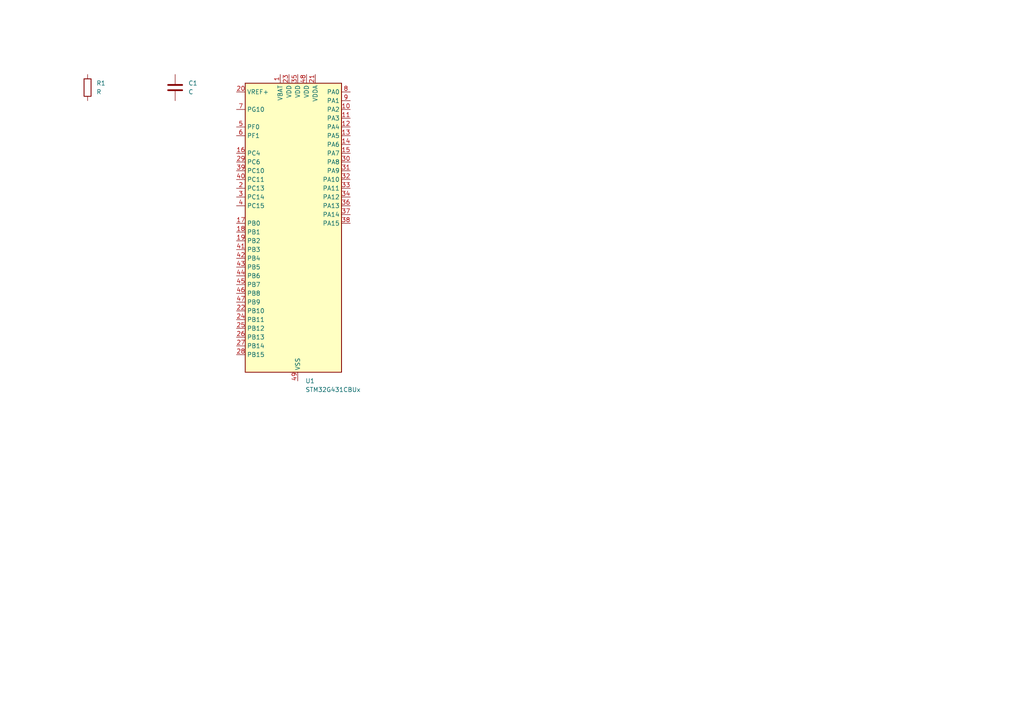
<source format=kicad_sch>
(kicad_sch (version 20231120) (generator "eeschema") (generator_version "8.0")
  (paper "A4")
  (lib_symbols
    (symbol "Device:C" (pin_numbers hide) (pin_names (offset 0.254))
      (property "Reference" "C" (at 0.635 2.54 0))
      (property "Value" "C" (at 0.635 -2.54 0))
      (symbol "C_0_1"
        (polyline (pts (xy -2.032 -0.762) (xy 2.032 -0.762)) (stroke (width 0.508)))
        (polyline (pts (xy -2.032 0.762) (xy 2.032 0.762)) (stroke (width 0.508)))
      )
      (symbol "C_1_1"
        (pin passive line (at 0 3.81 270) (length 2.794) (name "~") (number "1"))
        (pin passive line (at 0 -3.81 90) (length 2.794) (name "~") (number "2"))
      )
    )
    (symbol "Device:R" (pin_numbers hide) (pin_names (offset 0))
      (property "Reference" "R" (at 2.032 0 90))
      (property "Value" "R" (at 0 0 90))
      (symbol "R_0_1"
        (rectangle (start -1.016 -2.54) (end 1.016 2.54) (stroke (width 0.254)))
      )
      (symbol "R_1_1"
        (pin passive line (at 0 3.81 270) (length 1.27) (name "~") (number "1"))
        (pin passive line (at 0 -3.81 90) (length 1.27) (name "~") (number "2"))
      )
    )
    (symbol "MCU_ST_STM32G4:STM32G431CBUx"
      (property "Reference" "U" (at -12.7 44.45 0))
      (property "Value" "STM32G431CBUx" (at 10.16 44.45 0))
      (symbol "STM32G431CBUx_0_1"
        (rectangle (start -12.7 -40.64) (end 15.24 43.18) (stroke (width 0.254)) (fill (type background)))
      )
      (symbol "STM32G431CBUx_1_1"
        (pin power_in line (at -2.54 45.72 270) (length 2.54) (name "VBAT") (number "1"))
        (pin bidirectional line (at 17.78 35.56 180) (length 2.54) (name "PA2") (number "10"))
        (pin bidirectional line (at 17.78 33.02 180) (length 2.54) (name "PA3") (number "11"))
        (pin bidirectional line (at 17.78 30.48 180) (length 2.54) (name "PA4") (number "12"))
        (pin bidirectional line (at 17.78 27.94 180) (length 2.54) (name "PA5") (number "13"))
        (pin bidirectional line (at 17.78 25.4 180) (length 2.54) (name "PA6") (number "14"))
        (pin bidirectional line (at 17.78 22.86 180) (length 2.54) (name "PA7") (number "15"))
        (pin bidirectional line (at -15.24 22.86 0) (length 2.54) (name "PC4") (number "16"))
        (pin bidirectional line (at -15.24 2.54 0) (length 2.54) (name "PB0") (number "17"))
        (pin bidirectional line (at -15.24 0 0) (length 2.54) (name "PB1") (number "18"))
        (pin bidirectional line (at -15.24 -2.54 0) (length 2.54) (name "PB2") (number "19"))
        (pin bidirectional line (at -15.24 12.7 0) (length 2.54) (name "PC13") (number "2"))
        (pin input line (at -15.24 40.64 0) (length 2.54) (name "VREF+") (number "20"))
        (pin power_in line (at 7.62 45.72 270) (length 2.54) (name "VDDA") (number "21"))
        (pin bidirectional line (at -15.24 -22.86 0) (length 2.54) (name "PB10") (number "22"))
        (pin power_in line (at 0 45.72 270) (length 2.54) (name "VDD") (number "23"))
        (pin bidirectional line (at -15.24 -25.4 0) (length 2.54) (name "PB11") (number "24"))
        (pin bidirectional line (at -15.24 -27.94 0) (length 2.54) (name "PB12") (number "25"))
        (pin bidirectional line (at -15.24 -30.48 0) (length 2.54) (name "PB13") (number "26"))
        (pin bidirectional line (at -15.24 -33.02 0) (length 2.54) (name "PB14") (number "27"))
        (pin bidirectional line (at -15.24 -35.56 0) (length 2.54) (name "PB15") (number "28"))
        (pin bidirectional line (at -15.24 20.32 0) (length 2.54) (name "PC6") (number "29"))
        (pin bidirectional line (at -15.24 10.16 0) (length 2.54) (name "PC14") (number "3"))
        (pin bidirectional line (at 17.78 20.32 180) (length 2.54) (name "PA8") (number "30"))
        (pin bidirectional line (at 17.78 17.78 180) (length 2.54) (name "PA9") (number "31"))
        (pin bidirectional line (at 17.78 15.24 180) (length 2.54) (name "PA10") (number "32"))
        (pin bidirectional line (at 17.78 12.7 180) (length 2.54) (name "PA11") (number "33"))
        (pin bidirectional line (at 17.78 10.16 180) (length 2.54) (name "PA12") (number "34"))
        (pin power_in line (at 2.54 45.72 270) (length 2.54) (name "VDD") (number "35"))
        (pin bidirectional line (at 17.78 7.62 180) (length 2.54) (name "PA13") (number "36"))
        (pin bidirectional line (at 17.78 5.08 180) (length 2.54) (name "PA14") (number "37"))
        (pin bidirectional line (at 17.78 2.54 180) (length 2.54) (name "PA15") (number "38"))
        (pin bidirectional line (at -15.24 17.78 0) (length 2.54) (name "PC10") (number "39"))
        (pin bidirectional line (at -15.24 7.62 0) (length 2.54) (name "PC15") (number "4"))
        (pin bidirectional line (at -15.24 15.24 0) (length 2.54) (name "PC11") (number "40"))
        (pin bidirectional line (at -15.24 -5.08 0) (length 2.54) (name "PB3") (number "41"))
        (pin bidirectional line (at -15.24 -7.62 0) (length 2.54) (name "PB4") (number "42"))
        (pin bidirectional line (at -15.24 -10.16 0) (length 2.54) (name "PB5") (number "43"))
        (pin bidirectional line (at -15.24 -12.7 0) (length 2.54) (name "PB6") (number "44"))
        (pin bidirectional line (at -15.24 -15.24 0) (length 2.54) (name "PB7") (number "45"))
        (pin bidirectional line (at -15.24 -17.78 0) (length 2.54) (name "PB8") (number "46"))
        (pin bidirectional line (at -15.24 -20.32 0) (length 2.54) (name "PB9") (number "47"))
        (pin power_in line (at 5.08 45.72 270) (length 2.54) (name "VDD") (number "48"))
        (pin power_in line (at 2.54 -43.18 90) (length 2.54) (name "VSS") (number "49"))
        (pin bidirectional line (at -15.24 30.48 0) (length 2.54) (name "PF0") (number "5"))
        (pin bidirectional line (at -15.24 27.94 0) (length 2.54) (name "PF1") (number "6"))
        (pin bidirectional line (at -15.24 35.56 0) (length 2.54) (name "PG10") (number "7"))
        (pin bidirectional line (at 17.78 40.64 180) (length 2.54) (name "PA0") (number "8"))
        (pin bidirectional line (at 17.78 38.1 180) (length 2.54) (name "PA1") (number "9"))
      )
    )
  )
  (symbol (lib_id "Device:R") (at 25.4 25.4 0) (unit 1)
    (property "Reference" "R1" (at 27.94 24.1299 0) (effects (justify left)))
    (property "Value" "R" (at 27.94 26.6699 0) (effects (justify left)))
    (property "Footprint" "Resistor_SMD:R_0603_1608Metric" (effects (hide yes)))
    (property "Description" "Resistor" (effects (hide yes)))
  )
  (symbol (lib_id "Device:C") (at 50.8 25.4 0) (unit 1)
    (property "Reference" "C1" (at 54.61 24.1299 0) (effects (justify left)))
    (property "Value" "C" (at 54.61 26.6699 0) (effects (justify left)))
    (property "Footprint" "Capacitor_SMD:C_0603_1608Metric" (effects (hide yes)))
    (property "Description" "Unpolarized capacitor" (effects (hide yes)))
  )
  (symbol (lib_id "MCU_ST_STM32G4:STM32G431CBUx") (at 83.82 67.31 0) (unit 1)
    (property "Reference" "U1" (at 88.5541 110.49 0) (effects (justify left)))
    (property "Value" "STM32G431CBUx" (at 88.5541 113.03 0) (effects (justify left)))
    (property "Footprint" "Package_DFN_QFN:QFN-48-1EP_7x7mm_P0.5mm_EP5.6x5.6mm" (effects (hide yes)))
    (property "Datasheet" "https://www.st.com/resource/en/datasheet/stm32g431cb.pdf" (effects (hide yes)))
    (property "Description" "STMicroelectronics Arm Cortex-M4 MCU, 128KB flash, 32KB RAM, 170 MHz, 1.71-3.6V, 42 GPIO, UFQFPN48" (effects (hide yes)))
  )
)
</source>
